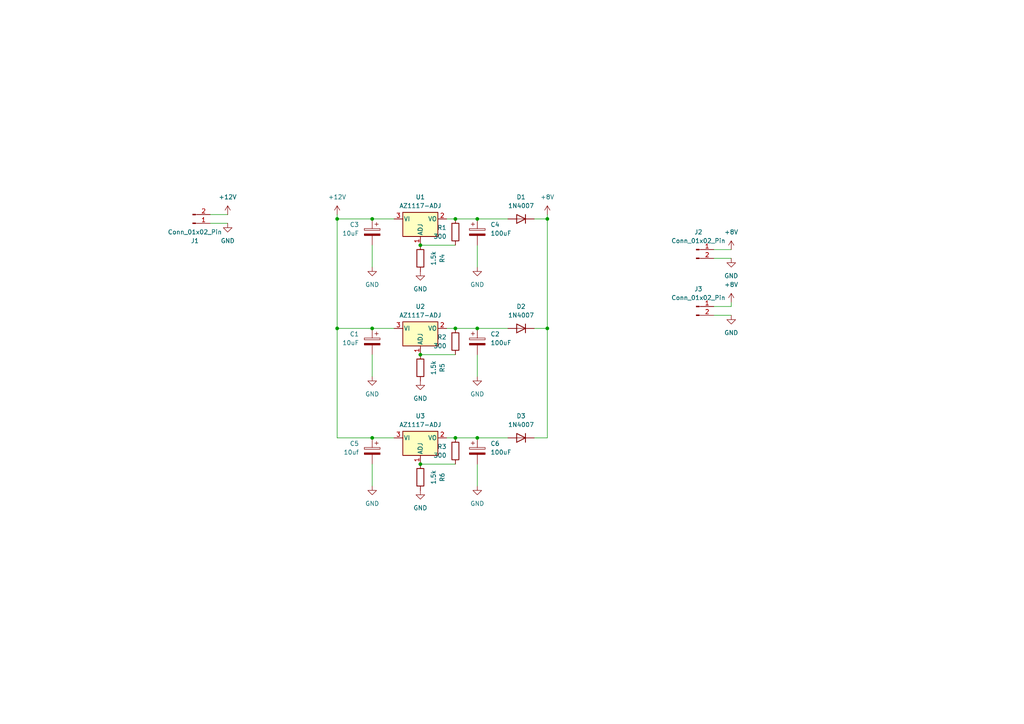
<source format=kicad_sch>
(kicad_sch (version 20231120) (generator "eeschema") (generator_version "8.0")
  (paper "A4")
  (lib_symbols
    (symbol "Connector:Conn_01x02_Pin" (pin_names (offset 1.016) hide)
      (property "Reference" "J" (at 0 2.54 0))
      (property "Value" "Conn_01x02_Pin" (at 0 -5.08 0))
      (symbol "Conn_01x02_Pin_1_1"
        (polyline (pts (xy 1.27 -2.54) (xy 0.8636 -2.54)) (stroke (width 0.1524)))
        (polyline (pts (xy 1.27 0) (xy 0.8636 0)) (stroke (width 0.1524)))
        (rectangle (start 0.8636 -2.413) (end 0 -2.667) (stroke (width 0.1524)) (fill (type outline)))
        (rectangle (start 0.8636 0.127) (end 0 -0.127) (stroke (width 0.1524)) (fill (type outline)))
        (pin passive line (at 5.08 0 180) (length 3.81) (name "Pin_1") (number "1"))
        (pin passive line (at 5.08 -2.54 180) (length 3.81) (name "Pin_2") (number "2"))
      )
    )
    (symbol "Device:C_Polarized" (pin_numbers hide) (pin_names (offset 0.254))
      (property "Reference" "C" (at 0.635 2.54 0))
      (property "Value" "C_Polarized" (at 0.635 -2.54 0))
      (symbol "C_Polarized_0_1"
        (rectangle (start -2.286 0.508) (end 2.286 1.016))
        (polyline (pts (xy -1.778 2.286) (xy -0.762 2.286)))
        (polyline (pts (xy -1.27 2.794) (xy -1.27 1.778)))
        (rectangle (start 2.286 -0.508) (end -2.286 -1.016) (fill (type outline)))
      )
      (symbol "C_Polarized_1_1"
        (pin passive line (at 0 3.81 270) (length 2.794) (name "~") (number "1"))
        (pin passive line (at 0 -3.81 90) (length 2.794) (name "~") (number "2"))
      )
    )
    (symbol "Device:R" (pin_numbers hide) (pin_names (offset 0))
      (property "Reference" "R" (at 2.032 0 90))
      (property "Value" "R" (at 0 0 90))
      (symbol "R_0_1"
        (rectangle (start -1.016 -2.54) (end 1.016 2.54) (stroke (width 0.254)))
      )
      (symbol "R_1_1"
        (pin passive line (at 0 3.81 270) (length 1.27) (name "~") (number "1"))
        (pin passive line (at 0 -3.81 90) (length 1.27) (name "~") (number "2"))
      )
    )
    (symbol "Diode:1N4007" (pin_numbers hide) (pin_names hide)
      (property "Reference" "D" (at 0 2.54 0))
      (property "Value" "1N4007" (at 0 -2.54 0))
      (symbol "1N4007_0_1"
        (polyline (pts (xy -1.27 1.27) (xy -1.27 -1.27)) (stroke (width 0.254)))
        (polyline (pts (xy 1.27 0) (xy -1.27 0)))
        (polyline (pts (xy 1.27 1.27) (xy 1.27 -1.27) (xy -1.27 0) (xy 1.27 1.27)) (stroke (width 0.254)))
      )
      (symbol "1N4007_1_1"
        (pin passive line (at -3.81 0 0) (length 2.54) (name "K") (number "1"))
        (pin passive line (at 3.81 0 180) (length 2.54) (name "A") (number "2"))
      )
    )
    (symbol "Regulator_Linear:AZ1117-ADJ" (pin_names (offset 0.254))
      (property "Reference" "U" (at -3.81 3.175 0))
      (property "Value" "AZ1117-ADJ" (at 0 3.175 0))
      (symbol "AZ1117-ADJ_0_1"
        (rectangle (start -5.08 1.905) (end 5.08 -5.08) (stroke (width 0.254)) (fill (type background)))
      )
      (symbol "AZ1117-ADJ_1_1"
        (pin input line (at 0 -7.62 90) (length 2.54) (name "ADJ") (number "1"))
        (pin power_out line (at 7.62 0 180) (length 2.54) (name "VO") (number "2"))
        (pin power_in line (at -7.62 0 0) (length 2.54) (name "VI") (number "3"))
      )
    )
    (symbol "power:+12V" (power) (pin_numbers hide) (pin_names (offset 0) hide)
      (property "Value" "+12V" (at 0 3.556 0))
      (symbol "+12V_0_1"
        (polyline (pts (xy -0.762 1.27) (xy 0 2.54)))
        (polyline (pts (xy 0 0) (xy 0 2.54)))
        (polyline (pts (xy 0 2.54) (xy 0.762 1.27)))
      )
      (symbol "+12V_1_1"
        (pin power_in line (at 0 0 90) (length 0) (name "~") (number "1"))
      )
    )
    (symbol "power:+8V" (power) (pin_numbers hide) (pin_names (offset 0) hide)
      (property "Value" "+8V" (at 0 3.556 0))
      (symbol "+8V_0_1"
        (polyline (pts (xy -0.762 1.27) (xy 0 2.54)))
        (polyline (pts (xy 0 0) (xy 0 2.54)))
        (polyline (pts (xy 0 2.54) (xy 0.762 1.27)))
      )
      (symbol "+8V_1_1"
        (pin power_in line (at 0 0 90) (length 0) (name "~") (number "1"))
      )
    )
    (symbol "power:GND" (power) (pin_numbers hide) (pin_names (offset 0) hide)
      (property "Value" "GND" (at 0 -3.81 0))
      (symbol "GND_0_1"
        (polyline (pts (xy 0 0) (xy 0 -1.27) (xy 1.27 -1.27) (xy 0 -2.54) (xy -1.27 -1.27) (xy 0 -1.27)))
      )
      (symbol "GND_1_1"
        (pin power_in line (at 0 0 270) (length 0) (name "~") (number "1"))
      )
    )
  )
  (junction (at 138.43 63.5))
  (junction (at 121.92 102.87))
  (junction (at 107.95 95.25))
  (junction (at 107.95 63.5))
  (junction (at 138.43 95.25))
  (junction (at 97.79 95.25))
  (junction (at 107.95 127))
  (junction (at 121.92 134.62))
  (junction (at 97.79 63.5))
  (junction (at 121.92 71.12))
  (junction (at 158.75 95.25))
  (junction (at 132.08 95.25))
  (junction (at 132.08 63.5))
  (junction (at 132.08 127))
  (junction (at 138.43 127))
  (junction (at 158.75 63.5))
  (wire (pts (xy 97.79 127) (xy 107.95 127)))
  (wire (pts (xy 138.43 127) (xy 147.32 127)))
  (wire (pts (xy 107.95 127) (xy 114.3 127)))
  (wire (pts (xy 97.79 62.23) (xy 97.79 63.5)))
  (wire (pts (xy 158.75 95.25) (xy 158.75 63.5)))
  (wire (pts (xy 107.95 63.5) (xy 114.3 63.5)))
  (wire (pts (xy 138.43 95.25) (xy 147.32 95.25)))
  (wire (pts (xy 107.95 71.12) (xy 107.95 77.47)))
  (wire (pts (xy 121.92 102.87) (xy 132.08 102.87)))
  (wire (pts (xy 154.94 63.5) (xy 158.75 63.5)))
  (wire (pts (xy 158.75 63.5) (xy 158.75 62.23)))
  (wire (pts (xy 154.94 95.25) (xy 158.75 95.25)))
  (wire (pts (xy 121.92 134.62) (xy 132.08 134.62)))
  (wire (pts (xy 154.94 127) (xy 158.75 127)))
  (wire (pts (xy 121.92 71.12) (xy 132.08 71.12)))
  (wire (pts (xy 129.54 95.25) (xy 132.08 95.25)))
  (wire (pts (xy 107.95 95.25) (xy 114.3 95.25)))
  (wire (pts (xy 97.79 63.5) (xy 107.95 63.5)))
  (wire (pts (xy 107.95 102.87) (xy 107.95 109.22)))
  (wire (pts (xy 129.54 127) (xy 132.08 127)))
  (wire (pts (xy 138.43 102.87) (xy 138.43 109.22)))
  (wire (pts (xy 97.79 95.25) (xy 107.95 95.25)))
  (wire (pts (xy 207.01 88.9) (xy 212.09 88.9)))
  (wire (pts (xy 129.54 63.5) (xy 132.08 63.5)))
  (wire (pts (xy 212.09 88.9) (xy 212.09 87.63)))
  (wire (pts (xy 138.43 134.62) (xy 138.43 140.97)))
  (wire (pts (xy 60.96 62.23) (xy 66.04 62.23)))
  (wire (pts (xy 207.01 91.44) (xy 212.09 91.44)))
  (wire (pts (xy 158.75 127) (xy 158.75 95.25)))
  (wire (pts (xy 132.08 127) (xy 138.43 127)))
  (wire (pts (xy 132.08 95.25) (xy 138.43 95.25)))
  (wire (pts (xy 207.01 72.39) (xy 212.09 72.39)))
  (wire (pts (xy 138.43 63.5) (xy 147.32 63.5)))
  (wire (pts (xy 207.01 74.93) (xy 212.09 74.93)))
  (wire (pts (xy 60.96 64.77) (xy 66.04 64.77)))
  (wire (pts (xy 97.79 63.5) (xy 97.79 95.25)))
  (wire (pts (xy 138.43 71.12) (xy 138.43 77.47)))
  (wire (pts (xy 132.08 63.5) (xy 138.43 63.5)))
  (wire (pts (xy 97.79 95.25) (xy 97.79 127)))
  (wire (pts (xy 107.95 134.62) (xy 107.95 140.97)))
  (symbol (lib_id "power:+8V") (at 158.75 62.23 0) (unit 1)
    (property "Reference" "#PWR07" (effects (hide yes)))
    (property "Value" "+8V" (at 158.75 57.15 0))
    (property "Description" "Power symbol creates a global label with name \"+8V\"" (effects (hide yes)))
  )
  (symbol (lib_id "Device:C_Polarized") (at 138.43 99.06 0) (unit 1)
    (property "Reference" "C2" (at 142.24 96.9009 0) (effects (justify left)))
    (property "Value" "100uF" (at 142.24 99.4409 0) (effects (justify left)))
    (property "Footprint" "Capacitor_THT:CP_Radial_D5.0mm_P2.50mm" (effects (hide yes)))
    (property "Description" "Polarized capacitor" (effects (hide yes)))
  )
  (symbol (lib_id "power:GND") (at 212.09 91.44 0) (unit 1)
    (property "Reference" "#PWR016" (effects (hide yes)))
    (property "Value" "GND" (at 212.09 96.52 0))
    (property "Description" "Power symbol creates a global label with name \"GND\" , ground" (effects (hide yes)))
  )
  (symbol (lib_id "Device:R") (at 132.08 99.06 0) (mirror y) (unit 1)
    (property "Reference" "R2" (at 129.54 97.7899 0) (effects (justify left)))
    (property "Value" "300" (at 129.54 100.3299 0) (effects (justify left)))
    (property "Footprint" "Resistor_THT:R_Axial_DIN0207_L6.3mm_D2.5mm_P2.54mm_Vertical" (effects (hide yes)))
    (property "Description" "Resistor" (effects (hide yes)))
  )
  (symbol (lib_id "Device:R") (at 121.92 106.68 0) (mirror x) (unit 1)
    (property "Reference" "R5" (at 128.27 106.68 90))
    (property "Value" "1.5k" (at 125.73 106.68 90))
    (property "Footprint" "Resistor_THT:R_Axial_DIN0207_L6.3mm_D2.5mm_P2.54mm_Vertical" (effects (hide yes)))
    (property "Description" "Resistor" (effects (hide yes)))
  )
  (symbol (lib_id "Regulator_Linear:AZ1117-ADJ") (at 121.92 127 0) (unit 1)
    (property "Reference" "U3" (at 121.92 120.65 0))
    (property "Value" "AZ1117-ADJ" (at 121.92 123.19 0))
    (property "Footprint" "Package_TO_SOT_SMD:SOT-223-3_TabPin2" (effects (hide yes)))
    (property "Datasheet" "https://www.diodes.com/assets/Datasheets/AZ1117.pdf" (effects (hide yes)))
    (property "Description" "1A 20V Adjustable LDO Linear Regulator, SOT-89/SOT-223/TO-220/TO-252/TO-263" (effects (hide yes)))
  )
  (symbol (lib_id "Device:C_Polarized") (at 107.95 99.06 0) (mirror y) (unit 1)
    (property "Reference" "C1" (at 104.14 96.9009 0) (effects (justify left)))
    (property "Value" "10uF" (at 104.14 99.4409 0) (effects (justify left)))
    (property "Footprint" "Capacitor_THT:CP_Radial_D5.0mm_P2.50mm" (effects (hide yes)))
    (property "Description" "Polarized capacitor" (effects (hide yes)))
  )
  (symbol (lib_id "Diode:1N4007") (at 151.13 63.5 180) (unit 1)
    (property "Reference" "D1" (at 151.13 57.15 0))
    (property "Value" "1N4007" (at 151.13 59.69 0))
    (property "Footprint" "Diode_THT:D_DO-41_SOD81_P10.16mm_Horizontal" (effects (hide yes)))
    (property "Datasheet" "http://www.vishay.com/docs/88503/1n4001.pdf" (effects (hide yes)))
    (property "Description" "1000V 1A General Purpose Rectifier Diode, DO-41" (effects (hide yes)))
    (property "Sim.Device" "D" (effects (hide yes)))
    (property "Sim.Pins" "1=K 2=A" (effects (hide yes)))
  )
  (symbol (lib_id "Diode:1N4007") (at 151.13 127 180) (unit 1)
    (property "Reference" "D3" (at 151.13 120.65 0))
    (property "Value" "1N4007" (at 151.13 123.19 0))
    (property "Footprint" "Diode_THT:D_DO-41_SOD81_P10.16mm_Horizontal" (effects (hide yes)))
    (property "Datasheet" "http://www.vishay.com/docs/88503/1n4001.pdf" (effects (hide yes)))
    (property "Description" "1000V 1A General Purpose Rectifier Diode, DO-41" (effects (hide yes)))
    (property "Sim.Device" "D" (effects (hide yes)))
    (property "Sim.Pins" "1=K 2=A" (effects (hide yes)))
  )
  (symbol (lib_id "power:+12V") (at 66.04 62.23 0) (unit 1)
    (property "Reference" "#PWR02" (effects (hide yes)))
    (property "Value" "+12V" (at 66.04 57.15 0))
    (property "Description" "Power symbol creates a global label with name \"+12V\"" (effects (hide yes)))
  )
  (symbol (lib_id "Device:C_Polarized") (at 138.43 130.81 0) (unit 1)
    (property "Reference" "C6" (at 142.24 128.6509 0) (effects (justify left)))
    (property "Value" "100uF" (at 142.24 131.1909 0) (effects (justify left)))
    (property "Footprint" "Capacitor_THT:CP_Radial_D5.0mm_P2.50mm" (effects (hide yes)))
    (property "Description" "Polarized capacitor" (effects (hide yes)))
  )
  (symbol (lib_id "power:+12V") (at 97.79 62.23 0) (unit 1)
    (property "Reference" "#PWR06" (effects (hide yes)))
    (property "Value" "+12V" (at 97.79 57.15 0))
    (property "Description" "Power symbol creates a global label with name \"+12V\"" (effects (hide yes)))
  )
  (symbol (lib_id "power:GND") (at 107.95 109.22 0) (unit 1)
    (property "Reference" "#PWR08" (effects (hide yes)))
    (property "Value" "GND" (at 107.95 114.3 0))
    (property "Description" "Power symbol creates a global label with name \"GND\" , ground" (effects (hide yes)))
  )
  (symbol (lib_id "power:GND") (at 66.04 64.77 0) (unit 1)
    (property "Reference" "#PWR01" (effects (hide yes)))
    (property "Value" "GND" (at 66.04 69.85 0))
    (property "Description" "Power symbol creates a global label with name \"GND\" , ground" (effects (hide yes)))
  )
  (symbol (lib_id "power:GND") (at 121.92 110.49 0) (unit 1)
    (property "Reference" "#PWR09" (effects (hide yes)))
    (property "Value" "GND" (at 121.92 115.57 0))
    (property "Description" "Power symbol creates a global label with name \"GND\" , ground" (effects (hide yes)))
  )
  (symbol (lib_id "power:GND") (at 138.43 140.97 0) (unit 1)
    (property "Reference" "#PWR013" (effects (hide yes)))
    (property "Value" "GND" (at 138.43 146.05 0))
    (property "Description" "Power symbol creates a global label with name \"GND\" , ground" (effects (hide yes)))
  )
  (symbol (lib_id "Diode:1N4007") (at 151.13 95.25 180) (unit 1)
    (property "Reference" "D2" (at 151.13 88.9 0))
    (property "Value" "1N4007" (at 151.13 91.44 0))
    (property "Footprint" "Diode_THT:D_DO-41_SOD81_P10.16mm_Horizontal" (effects (hide yes)))
    (property "Datasheet" "http://www.vishay.com/docs/88503/1n4001.pdf" (effects (hide yes)))
    (property "Description" "1000V 1A General Purpose Rectifier Diode, DO-41" (effects (hide yes)))
    (property "Sim.Device" "D" (effects (hide yes)))
    (property "Sim.Pins" "1=K 2=A" (effects (hide yes)))
  )
  (symbol (lib_id "Regulator_Linear:AZ1117-ADJ") (at 121.92 63.5 0) (unit 1)
    (property "Reference" "U1" (at 121.92 57.15 0))
    (property "Value" "AZ1117-ADJ" (at 121.92 59.69 0))
    (property "Footprint" "Package_TO_SOT_SMD:SOT-223-3_TabPin2" (effects (hide yes)))
    (property "Datasheet" "https://www.diodes.com/assets/Datasheets/AZ1117.pdf" (effects (hide yes)))
    (property "Description" "1A 20V Adjustable LDO Linear Regulator, SOT-89/SOT-223/TO-220/TO-252/TO-263" (effects (hide yes)))
  )
  (symbol (lib_id "power:GND") (at 107.95 77.47 0) (unit 1)
    (property "Reference" "#PWR04" (effects (hide yes)))
    (property "Value" "GND" (at 107.95 82.55 0))
    (property "Description" "Power symbol creates a global label with name \"GND\" , ground" (effects (hide yes)))
  )
  (symbol (lib_id "Connector:Conn_01x02_Pin") (at 201.93 88.9 0) (unit 1)
    (property "Reference" "J3" (at 202.565 83.82 0))
    (property "Value" "Conn_01x02_Pin" (at 202.565 86.36 0))
    (property "Footprint" "Connector_JST:JST_EH_B2B-EH-A_1x02_P2.50mm_Vertical" (effects (hide yes)))
    (property "Description" "Generic connector, single row, 01x02, script generated" (effects (hide yes)))
  )
  (symbol (lib_id "power:GND") (at 121.92 142.24 0) (unit 1)
    (property "Reference" "#PWR012" (effects (hide yes)))
    (property "Value" "GND" (at 121.92 147.32 0))
    (property "Description" "Power symbol creates a global label with name \"GND\" , ground" (effects (hide yes)))
  )
  (symbol (lib_id "Device:C_Polarized") (at 107.95 67.31 0) (mirror y) (unit 1)
    (property "Reference" "C3" (at 104.14 65.1509 0) (effects (justify left)))
    (property "Value" "10uF" (at 104.14 67.6909 0) (effects (justify left)))
    (property "Footprint" "Capacitor_THT:CP_Radial_D5.0mm_P2.50mm" (effects (hide yes)))
    (property "Description" "Polarized capacitor" (effects (hide yes)))
  )
  (symbol (lib_id "power:+8V") (at 212.09 87.63 0) (unit 1)
    (property "Reference" "#PWR017" (effects (hide yes)))
    (property "Value" "+8V" (at 212.09 82.55 0))
    (property "Description" "Power symbol creates a global label with name \"+8V\"" (effects (hide yes)))
  )
  (symbol (lib_id "Connector:Conn_01x02_Pin") (at 201.93 72.39 0) (unit 1)
    (property "Reference" "J2" (at 202.565 67.31 0))
    (property "Value" "Conn_01x02_Pin" (at 202.565 69.85 0))
    (property "Footprint" "Connector_JST:JST_EH_B2B-EH-A_1x02_P2.50mm_Vertical" (effects (hide yes)))
    (property "Description" "Generic connector, single row, 01x02, script generated" (effects (hide yes)))
  )
  (symbol (lib_id "power:GND") (at 138.43 77.47 0) (unit 1)
    (property "Reference" "#PWR05" (effects (hide yes)))
    (property "Value" "GND" (at 138.43 82.55 0))
    (property "Description" "Power symbol creates a global label with name \"GND\" , ground" (effects (hide yes)))
  )
  (symbol (lib_id "Device:C_Polarized") (at 138.43 67.31 0) (unit 1)
    (property "Reference" "C4" (at 142.24 65.1509 0) (effects (justify left)))
    (property "Value" "100uF" (at 142.24 67.6909 0) (effects (justify left)))
    (property "Footprint" "Capacitor_THT:CP_Radial_D5.0mm_P2.50mm" (effects (hide yes)))
    (property "Description" "Polarized capacitor" (effects (hide yes)))
  )
  (symbol (lib_id "Device:R") (at 121.92 74.93 0) (mirror x) (unit 1)
    (property "Reference" "R4" (at 128.27 74.93 90))
    (property "Value" "1.5k" (at 125.73 74.93 90))
    (property "Footprint" "Resistor_THT:R_Axial_DIN0207_L6.3mm_D2.5mm_P2.54mm_Vertical" (effects (hide yes)))
    (property "Description" "Resistor" (effects (hide yes)))
  )
  (symbol (lib_id "Connector:Conn_01x02_Pin") (at 55.88 64.77 0) (mirror x) (unit 1)
    (property "Reference" "J1" (at 56.515 69.85 0))
    (property "Value" "Conn_01x02_Pin" (at 56.515 67.31 0))
    (property "Footprint" "Connector_AMASS:AMASS_XT30U-M_1x02_P5.0mm_Vertical" (effects (hide yes)))
    (property "Description" "Generic connector, single row, 01x02, script generated" (effects (hide yes)))
  )
  (symbol (lib_id "power:GND") (at 138.43 109.22 0) (unit 1)
    (property "Reference" "#PWR010" (effects (hide yes)))
    (property "Value" "GND" (at 138.43 114.3 0))
    (property "Description" "Power symbol creates a global label with name \"GND\" , ground" (effects (hide yes)))
  )
  (symbol (lib_id "Device:R") (at 132.08 130.81 0) (mirror y) (unit 1)
    (property "Reference" "R3" (at 129.54 129.5399 0) (effects (justify left)))
    (property "Value" "300" (at 129.54 132.0799 0) (effects (justify left)))
    (property "Footprint" "Resistor_THT:R_Axial_DIN0207_L6.3mm_D2.5mm_P2.54mm_Vertical" (effects (hide yes)))
    (property "Description" "Resistor" (effects (hide yes)))
  )
  (symbol (lib_id "power:GND") (at 212.09 74.93 0) (unit 1)
    (property "Reference" "#PWR015" (effects (hide yes)))
    (property "Value" "GND" (at 212.09 80.01 0))
    (property "Description" "Power symbol creates a global label with name \"GND\" , ground" (effects (hide yes)))
  )
  (symbol (lib_id "Device:R") (at 132.08 67.31 0) (mirror y) (unit 1)
    (property "Reference" "R1" (at 129.54 66.0399 0) (effects (justify left)))
    (property "Value" "300" (at 129.54 68.5799 0) (effects (justify left)))
    (property "Footprint" "Resistor_THT:R_Axial_DIN0207_L6.3mm_D2.5mm_P2.54mm_Vertical" (effects (hide yes)))
    (property "Description" "Resistor" (effects (hide yes)))
  )
  (symbol (lib_id "Regulator_Linear:AZ1117-ADJ") (at 121.92 95.25 0) (unit 1)
    (property "Reference" "U2" (at 121.92 88.9 0))
    (property "Value" "AZ1117-ADJ" (at 121.92 91.44 0))
    (property "Footprint" "Package_TO_SOT_SMD:SOT-223-3_TabPin2" (effects (hide yes)))
    (property "Datasheet" "https://www.diodes.com/assets/Datasheets/AZ1117.pdf" (effects (hide yes)))
    (property "Description" "1A 20V Adjustable LDO Linear Regulator, SOT-89/SOT-223/TO-220/TO-252/TO-263" (effects (hide yes)))
  )
  (symbol (lib_id "Device:R") (at 121.92 138.43 0) (mirror x) (unit 1)
    (property "Reference" "R6" (at 128.27 138.43 90))
    (property "Value" "1.5k" (at 125.73 138.43 90))
    (property "Footprint" "Resistor_THT:R_Axial_DIN0207_L6.3mm_D2.5mm_P2.54mm_Vertical" (effects (hide yes)))
    (property "Description" "Resistor" (effects (hide yes)))
  )
  (symbol (lib_id "power:+8V") (at 212.09 72.39 0) (unit 1)
    (property "Reference" "#PWR014" (effects (hide yes)))
    (property "Value" "+8V" (at 212.09 67.31 0))
    (property "Description" "Power symbol creates a global label with name \"+8V\"" (effects (hide yes)))
  )
  (symbol (lib_id "power:GND") (at 121.92 78.74 0) (unit 1)
    (property "Reference" "#PWR03" (effects (hide yes)))
    (property "Value" "GND" (at 121.92 83.82 0))
    (property "Description" "Power symbol creates a global label with name \"GND\" , ground" (effects (hide yes)))
  )
  (symbol (lib_id "Device:C_Polarized") (at 107.95 130.81 0) (mirror y) (unit 1)
    (property "Reference" "C5" (at 104.14 128.6509 0) (effects (justify left)))
    (property "Value" "10uf" (at 104.14 131.1909 0) (effects (justify left)))
    (property "Footprint" "Capacitor_THT:CP_Radial_D5.0mm_P2.50mm" (effects (hide yes)))
    (property "Description" "Polarized capacitor" (effects (hide yes)))
  )
  (symbol (lib_id "power:GND") (at 107.95 140.97 0) (unit 1)
    (property "Reference" "#PWR011" (effects (hide yes)))
    (property "Value" "GND" (at 107.95 146.05 0))
    (property "Description" "Power symbol creates a global label with name \"GND\" , ground" (effects (hide yes)))
  )
)
</source>
